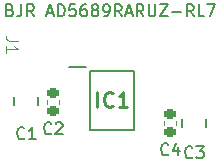
<source format=gto>
G04 #@! TF.GenerationSoftware,KiCad,Pcbnew,7.0.10*
G04 #@! TF.CreationDate,2024-10-11T10:49:22-04:00*
G04 #@! TF.ProjectId,ad5689r,61643536-3839-4722-9e6b-696361645f70,rev?*
G04 #@! TF.SameCoordinates,Original*
G04 #@! TF.FileFunction,Legend,Top*
G04 #@! TF.FilePolarity,Positive*
%FSLAX46Y46*%
G04 Gerber Fmt 4.6, Leading zero omitted, Abs format (unit mm)*
G04 Created by KiCad (PCBNEW 7.0.10) date 2024-10-11 10:49:22*
%MOMM*%
%LPD*%
G01*
G04 APERTURE LIST*
G04 Aperture macros list*
%AMRoundRect*
0 Rectangle with rounded corners*
0 $1 Rounding radius*
0 $2 $3 $4 $5 $6 $7 $8 $9 X,Y pos of 4 corners*
0 Add a 4 corners polygon primitive as box body*
4,1,4,$2,$3,$4,$5,$6,$7,$8,$9,$2,$3,0*
0 Add four circle primitives for the rounded corners*
1,1,$1+$1,$2,$3*
1,1,$1+$1,$4,$5*
1,1,$1+$1,$6,$7*
1,1,$1+$1,$8,$9*
0 Add four rect primitives between the rounded corners*
20,1,$1+$1,$2,$3,$4,$5,0*
20,1,$1+$1,$4,$5,$6,$7,0*
20,1,$1+$1,$6,$7,$8,$9,0*
20,1,$1+$1,$8,$9,$2,$3,0*%
G04 Aperture macros list end*
%ADD10C,0.150000*%
%ADD11C,0.254000*%
%ADD12C,0.100000*%
%ADD13C,0.200000*%
%ADD14C,0.120000*%
%ADD15C,0.152400*%
%ADD16R,1.475000X0.450000*%
%ADD17C,2.004000*%
%ADD18RoundRect,0.225000X-0.250000X0.225000X-0.250000X-0.225000X0.250000X-0.225000X0.250000X0.225000X0*%
%ADD19R,1.397000X1.497552*%
%ADD20RoundRect,0.225000X0.250000X-0.225000X0.250000X0.225000X-0.250000X0.225000X-0.250000X-0.225000X0*%
G04 APERTURE END LIST*
D10*
X29880112Y-23730009D02*
X30022969Y-23777628D01*
X30022969Y-23777628D02*
X30070588Y-23825247D01*
X30070588Y-23825247D02*
X30118207Y-23920485D01*
X30118207Y-23920485D02*
X30118207Y-24063342D01*
X30118207Y-24063342D02*
X30070588Y-24158580D01*
X30070588Y-24158580D02*
X30022969Y-24206200D01*
X30022969Y-24206200D02*
X29927731Y-24253819D01*
X29927731Y-24253819D02*
X29546779Y-24253819D01*
X29546779Y-24253819D02*
X29546779Y-23253819D01*
X29546779Y-23253819D02*
X29880112Y-23253819D01*
X29880112Y-23253819D02*
X29975350Y-23301438D01*
X29975350Y-23301438D02*
X30022969Y-23349057D01*
X30022969Y-23349057D02*
X30070588Y-23444295D01*
X30070588Y-23444295D02*
X30070588Y-23539533D01*
X30070588Y-23539533D02*
X30022969Y-23634771D01*
X30022969Y-23634771D02*
X29975350Y-23682390D01*
X29975350Y-23682390D02*
X29880112Y-23730009D01*
X29880112Y-23730009D02*
X29546779Y-23730009D01*
X30832493Y-23253819D02*
X30832493Y-23968104D01*
X30832493Y-23968104D02*
X30784874Y-24110961D01*
X30784874Y-24110961D02*
X30689636Y-24206200D01*
X30689636Y-24206200D02*
X30546779Y-24253819D01*
X30546779Y-24253819D02*
X30451541Y-24253819D01*
X31880112Y-24253819D02*
X31546779Y-23777628D01*
X31308684Y-24253819D02*
X31308684Y-23253819D01*
X31308684Y-23253819D02*
X31689636Y-23253819D01*
X31689636Y-23253819D02*
X31784874Y-23301438D01*
X31784874Y-23301438D02*
X31832493Y-23349057D01*
X31832493Y-23349057D02*
X31880112Y-23444295D01*
X31880112Y-23444295D02*
X31880112Y-23587152D01*
X31880112Y-23587152D02*
X31832493Y-23682390D01*
X31832493Y-23682390D02*
X31784874Y-23730009D01*
X31784874Y-23730009D02*
X31689636Y-23777628D01*
X31689636Y-23777628D02*
X31308684Y-23777628D01*
X33022970Y-23968104D02*
X33499160Y-23968104D01*
X32927732Y-24253819D02*
X33261065Y-23253819D01*
X33261065Y-23253819D02*
X33594398Y-24253819D01*
X33927732Y-24253819D02*
X33927732Y-23253819D01*
X33927732Y-23253819D02*
X34165827Y-23253819D01*
X34165827Y-23253819D02*
X34308684Y-23301438D01*
X34308684Y-23301438D02*
X34403922Y-23396676D01*
X34403922Y-23396676D02*
X34451541Y-23491914D01*
X34451541Y-23491914D02*
X34499160Y-23682390D01*
X34499160Y-23682390D02*
X34499160Y-23825247D01*
X34499160Y-23825247D02*
X34451541Y-24015723D01*
X34451541Y-24015723D02*
X34403922Y-24110961D01*
X34403922Y-24110961D02*
X34308684Y-24206200D01*
X34308684Y-24206200D02*
X34165827Y-24253819D01*
X34165827Y-24253819D02*
X33927732Y-24253819D01*
X35403922Y-23253819D02*
X34927732Y-23253819D01*
X34927732Y-23253819D02*
X34880113Y-23730009D01*
X34880113Y-23730009D02*
X34927732Y-23682390D01*
X34927732Y-23682390D02*
X35022970Y-23634771D01*
X35022970Y-23634771D02*
X35261065Y-23634771D01*
X35261065Y-23634771D02*
X35356303Y-23682390D01*
X35356303Y-23682390D02*
X35403922Y-23730009D01*
X35403922Y-23730009D02*
X35451541Y-23825247D01*
X35451541Y-23825247D02*
X35451541Y-24063342D01*
X35451541Y-24063342D02*
X35403922Y-24158580D01*
X35403922Y-24158580D02*
X35356303Y-24206200D01*
X35356303Y-24206200D02*
X35261065Y-24253819D01*
X35261065Y-24253819D02*
X35022970Y-24253819D01*
X35022970Y-24253819D02*
X34927732Y-24206200D01*
X34927732Y-24206200D02*
X34880113Y-24158580D01*
X36308684Y-23253819D02*
X36118208Y-23253819D01*
X36118208Y-23253819D02*
X36022970Y-23301438D01*
X36022970Y-23301438D02*
X35975351Y-23349057D01*
X35975351Y-23349057D02*
X35880113Y-23491914D01*
X35880113Y-23491914D02*
X35832494Y-23682390D01*
X35832494Y-23682390D02*
X35832494Y-24063342D01*
X35832494Y-24063342D02*
X35880113Y-24158580D01*
X35880113Y-24158580D02*
X35927732Y-24206200D01*
X35927732Y-24206200D02*
X36022970Y-24253819D01*
X36022970Y-24253819D02*
X36213446Y-24253819D01*
X36213446Y-24253819D02*
X36308684Y-24206200D01*
X36308684Y-24206200D02*
X36356303Y-24158580D01*
X36356303Y-24158580D02*
X36403922Y-24063342D01*
X36403922Y-24063342D02*
X36403922Y-23825247D01*
X36403922Y-23825247D02*
X36356303Y-23730009D01*
X36356303Y-23730009D02*
X36308684Y-23682390D01*
X36308684Y-23682390D02*
X36213446Y-23634771D01*
X36213446Y-23634771D02*
X36022970Y-23634771D01*
X36022970Y-23634771D02*
X35927732Y-23682390D01*
X35927732Y-23682390D02*
X35880113Y-23730009D01*
X35880113Y-23730009D02*
X35832494Y-23825247D01*
X36975351Y-23682390D02*
X36880113Y-23634771D01*
X36880113Y-23634771D02*
X36832494Y-23587152D01*
X36832494Y-23587152D02*
X36784875Y-23491914D01*
X36784875Y-23491914D02*
X36784875Y-23444295D01*
X36784875Y-23444295D02*
X36832494Y-23349057D01*
X36832494Y-23349057D02*
X36880113Y-23301438D01*
X36880113Y-23301438D02*
X36975351Y-23253819D01*
X36975351Y-23253819D02*
X37165827Y-23253819D01*
X37165827Y-23253819D02*
X37261065Y-23301438D01*
X37261065Y-23301438D02*
X37308684Y-23349057D01*
X37308684Y-23349057D02*
X37356303Y-23444295D01*
X37356303Y-23444295D02*
X37356303Y-23491914D01*
X37356303Y-23491914D02*
X37308684Y-23587152D01*
X37308684Y-23587152D02*
X37261065Y-23634771D01*
X37261065Y-23634771D02*
X37165827Y-23682390D01*
X37165827Y-23682390D02*
X36975351Y-23682390D01*
X36975351Y-23682390D02*
X36880113Y-23730009D01*
X36880113Y-23730009D02*
X36832494Y-23777628D01*
X36832494Y-23777628D02*
X36784875Y-23872866D01*
X36784875Y-23872866D02*
X36784875Y-24063342D01*
X36784875Y-24063342D02*
X36832494Y-24158580D01*
X36832494Y-24158580D02*
X36880113Y-24206200D01*
X36880113Y-24206200D02*
X36975351Y-24253819D01*
X36975351Y-24253819D02*
X37165827Y-24253819D01*
X37165827Y-24253819D02*
X37261065Y-24206200D01*
X37261065Y-24206200D02*
X37308684Y-24158580D01*
X37308684Y-24158580D02*
X37356303Y-24063342D01*
X37356303Y-24063342D02*
X37356303Y-23872866D01*
X37356303Y-23872866D02*
X37308684Y-23777628D01*
X37308684Y-23777628D02*
X37261065Y-23730009D01*
X37261065Y-23730009D02*
X37165827Y-23682390D01*
X37832494Y-24253819D02*
X38022970Y-24253819D01*
X38022970Y-24253819D02*
X38118208Y-24206200D01*
X38118208Y-24206200D02*
X38165827Y-24158580D01*
X38165827Y-24158580D02*
X38261065Y-24015723D01*
X38261065Y-24015723D02*
X38308684Y-23825247D01*
X38308684Y-23825247D02*
X38308684Y-23444295D01*
X38308684Y-23444295D02*
X38261065Y-23349057D01*
X38261065Y-23349057D02*
X38213446Y-23301438D01*
X38213446Y-23301438D02*
X38118208Y-23253819D01*
X38118208Y-23253819D02*
X37927732Y-23253819D01*
X37927732Y-23253819D02*
X37832494Y-23301438D01*
X37832494Y-23301438D02*
X37784875Y-23349057D01*
X37784875Y-23349057D02*
X37737256Y-23444295D01*
X37737256Y-23444295D02*
X37737256Y-23682390D01*
X37737256Y-23682390D02*
X37784875Y-23777628D01*
X37784875Y-23777628D02*
X37832494Y-23825247D01*
X37832494Y-23825247D02*
X37927732Y-23872866D01*
X37927732Y-23872866D02*
X38118208Y-23872866D01*
X38118208Y-23872866D02*
X38213446Y-23825247D01*
X38213446Y-23825247D02*
X38261065Y-23777628D01*
X38261065Y-23777628D02*
X38308684Y-23682390D01*
X39308684Y-24253819D02*
X38975351Y-23777628D01*
X38737256Y-24253819D02*
X38737256Y-23253819D01*
X38737256Y-23253819D02*
X39118208Y-23253819D01*
X39118208Y-23253819D02*
X39213446Y-23301438D01*
X39213446Y-23301438D02*
X39261065Y-23349057D01*
X39261065Y-23349057D02*
X39308684Y-23444295D01*
X39308684Y-23444295D02*
X39308684Y-23587152D01*
X39308684Y-23587152D02*
X39261065Y-23682390D01*
X39261065Y-23682390D02*
X39213446Y-23730009D01*
X39213446Y-23730009D02*
X39118208Y-23777628D01*
X39118208Y-23777628D02*
X38737256Y-23777628D01*
X39689637Y-23968104D02*
X40165827Y-23968104D01*
X39594399Y-24253819D02*
X39927732Y-23253819D01*
X39927732Y-23253819D02*
X40261065Y-24253819D01*
X41165827Y-24253819D02*
X40832494Y-23777628D01*
X40594399Y-24253819D02*
X40594399Y-23253819D01*
X40594399Y-23253819D02*
X40975351Y-23253819D01*
X40975351Y-23253819D02*
X41070589Y-23301438D01*
X41070589Y-23301438D02*
X41118208Y-23349057D01*
X41118208Y-23349057D02*
X41165827Y-23444295D01*
X41165827Y-23444295D02*
X41165827Y-23587152D01*
X41165827Y-23587152D02*
X41118208Y-23682390D01*
X41118208Y-23682390D02*
X41070589Y-23730009D01*
X41070589Y-23730009D02*
X40975351Y-23777628D01*
X40975351Y-23777628D02*
X40594399Y-23777628D01*
X41594399Y-23253819D02*
X41594399Y-24063342D01*
X41594399Y-24063342D02*
X41642018Y-24158580D01*
X41642018Y-24158580D02*
X41689637Y-24206200D01*
X41689637Y-24206200D02*
X41784875Y-24253819D01*
X41784875Y-24253819D02*
X41975351Y-24253819D01*
X41975351Y-24253819D02*
X42070589Y-24206200D01*
X42070589Y-24206200D02*
X42118208Y-24158580D01*
X42118208Y-24158580D02*
X42165827Y-24063342D01*
X42165827Y-24063342D02*
X42165827Y-23253819D01*
X42546780Y-23253819D02*
X43213446Y-23253819D01*
X43213446Y-23253819D02*
X42546780Y-24253819D01*
X42546780Y-24253819D02*
X43213446Y-24253819D01*
X43594399Y-23872866D02*
X44356304Y-23872866D01*
X45403922Y-24253819D02*
X45070589Y-23777628D01*
X44832494Y-24253819D02*
X44832494Y-23253819D01*
X44832494Y-23253819D02*
X45213446Y-23253819D01*
X45213446Y-23253819D02*
X45308684Y-23301438D01*
X45308684Y-23301438D02*
X45356303Y-23349057D01*
X45356303Y-23349057D02*
X45403922Y-23444295D01*
X45403922Y-23444295D02*
X45403922Y-23587152D01*
X45403922Y-23587152D02*
X45356303Y-23682390D01*
X45356303Y-23682390D02*
X45308684Y-23730009D01*
X45308684Y-23730009D02*
X45213446Y-23777628D01*
X45213446Y-23777628D02*
X44832494Y-23777628D01*
X46308684Y-24253819D02*
X45832494Y-24253819D01*
X45832494Y-24253819D02*
X45832494Y-23253819D01*
X46546780Y-23253819D02*
X47213446Y-23253819D01*
X47213446Y-23253819D02*
X46784875Y-24253819D01*
D11*
X37266413Y-31936618D02*
X37266413Y-30666618D01*
X38596890Y-31815665D02*
X38536414Y-31876142D01*
X38536414Y-31876142D02*
X38354985Y-31936618D01*
X38354985Y-31936618D02*
X38234033Y-31936618D01*
X38234033Y-31936618D02*
X38052604Y-31876142D01*
X38052604Y-31876142D02*
X37931652Y-31755189D01*
X37931652Y-31755189D02*
X37871175Y-31634237D01*
X37871175Y-31634237D02*
X37810699Y-31392332D01*
X37810699Y-31392332D02*
X37810699Y-31210903D01*
X37810699Y-31210903D02*
X37871175Y-30968999D01*
X37871175Y-30968999D02*
X37931652Y-30848046D01*
X37931652Y-30848046D02*
X38052604Y-30727094D01*
X38052604Y-30727094D02*
X38234033Y-30666618D01*
X38234033Y-30666618D02*
X38354985Y-30666618D01*
X38354985Y-30666618D02*
X38536414Y-30727094D01*
X38536414Y-30727094D02*
X38596890Y-30787570D01*
X39806414Y-31936618D02*
X39080699Y-31936618D01*
X39443556Y-31936618D02*
X39443556Y-30666618D01*
X39443556Y-30666618D02*
X39322604Y-30848046D01*
X39322604Y-30848046D02*
X39201652Y-30968999D01*
X39201652Y-30968999D02*
X39080699Y-31029475D01*
D12*
X30514580Y-26336666D02*
X29800295Y-26336666D01*
X29800295Y-26336666D02*
X29657438Y-26289047D01*
X29657438Y-26289047D02*
X29562200Y-26193809D01*
X29562200Y-26193809D02*
X29514580Y-26050952D01*
X29514580Y-26050952D02*
X29514580Y-25955714D01*
X29514580Y-27336666D02*
X29514580Y-26765238D01*
X29514580Y-27050952D02*
X30514580Y-27050952D01*
X30514580Y-27050952D02*
X30371723Y-26955714D01*
X30371723Y-26955714D02*
X30276485Y-26860476D01*
X30276485Y-26860476D02*
X30228866Y-26765238D01*
D10*
X43267333Y-35919580D02*
X43219714Y-35967200D01*
X43219714Y-35967200D02*
X43076857Y-36014819D01*
X43076857Y-36014819D02*
X42981619Y-36014819D01*
X42981619Y-36014819D02*
X42838762Y-35967200D01*
X42838762Y-35967200D02*
X42743524Y-35871961D01*
X42743524Y-35871961D02*
X42695905Y-35776723D01*
X42695905Y-35776723D02*
X42648286Y-35586247D01*
X42648286Y-35586247D02*
X42648286Y-35443390D01*
X42648286Y-35443390D02*
X42695905Y-35252914D01*
X42695905Y-35252914D02*
X42743524Y-35157676D01*
X42743524Y-35157676D02*
X42838762Y-35062438D01*
X42838762Y-35062438D02*
X42981619Y-35014819D01*
X42981619Y-35014819D02*
X43076857Y-35014819D01*
X43076857Y-35014819D02*
X43219714Y-35062438D01*
X43219714Y-35062438D02*
X43267333Y-35110057D01*
X44124476Y-35348152D02*
X44124476Y-36014819D01*
X43886381Y-34967200D02*
X43648286Y-35681485D01*
X43648286Y-35681485D02*
X44267333Y-35681485D01*
X45299333Y-36173580D02*
X45251714Y-36221200D01*
X45251714Y-36221200D02*
X45108857Y-36268819D01*
X45108857Y-36268819D02*
X45013619Y-36268819D01*
X45013619Y-36268819D02*
X44870762Y-36221200D01*
X44870762Y-36221200D02*
X44775524Y-36125961D01*
X44775524Y-36125961D02*
X44727905Y-36030723D01*
X44727905Y-36030723D02*
X44680286Y-35840247D01*
X44680286Y-35840247D02*
X44680286Y-35697390D01*
X44680286Y-35697390D02*
X44727905Y-35506914D01*
X44727905Y-35506914D02*
X44775524Y-35411676D01*
X44775524Y-35411676D02*
X44870762Y-35316438D01*
X44870762Y-35316438D02*
X45013619Y-35268819D01*
X45013619Y-35268819D02*
X45108857Y-35268819D01*
X45108857Y-35268819D02*
X45251714Y-35316438D01*
X45251714Y-35316438D02*
X45299333Y-35364057D01*
X45632667Y-35268819D02*
X46251714Y-35268819D01*
X46251714Y-35268819D02*
X45918381Y-35649771D01*
X45918381Y-35649771D02*
X46061238Y-35649771D01*
X46061238Y-35649771D02*
X46156476Y-35697390D01*
X46156476Y-35697390D02*
X46204095Y-35745009D01*
X46204095Y-35745009D02*
X46251714Y-35840247D01*
X46251714Y-35840247D02*
X46251714Y-36078342D01*
X46251714Y-36078342D02*
X46204095Y-36173580D01*
X46204095Y-36173580D02*
X46156476Y-36221200D01*
X46156476Y-36221200D02*
X46061238Y-36268819D01*
X46061238Y-36268819D02*
X45775524Y-36268819D01*
X45775524Y-36268819D02*
X45680286Y-36221200D01*
X45680286Y-36221200D02*
X45632667Y-36173580D01*
X33361333Y-34141580D02*
X33313714Y-34189200D01*
X33313714Y-34189200D02*
X33170857Y-34236819D01*
X33170857Y-34236819D02*
X33075619Y-34236819D01*
X33075619Y-34236819D02*
X32932762Y-34189200D01*
X32932762Y-34189200D02*
X32837524Y-34093961D01*
X32837524Y-34093961D02*
X32789905Y-33998723D01*
X32789905Y-33998723D02*
X32742286Y-33808247D01*
X32742286Y-33808247D02*
X32742286Y-33665390D01*
X32742286Y-33665390D02*
X32789905Y-33474914D01*
X32789905Y-33474914D02*
X32837524Y-33379676D01*
X32837524Y-33379676D02*
X32932762Y-33284438D01*
X32932762Y-33284438D02*
X33075619Y-33236819D01*
X33075619Y-33236819D02*
X33170857Y-33236819D01*
X33170857Y-33236819D02*
X33313714Y-33284438D01*
X33313714Y-33284438D02*
X33361333Y-33332057D01*
X33742286Y-33332057D02*
X33789905Y-33284438D01*
X33789905Y-33284438D02*
X33885143Y-33236819D01*
X33885143Y-33236819D02*
X34123238Y-33236819D01*
X34123238Y-33236819D02*
X34218476Y-33284438D01*
X34218476Y-33284438D02*
X34266095Y-33332057D01*
X34266095Y-33332057D02*
X34313714Y-33427295D01*
X34313714Y-33427295D02*
X34313714Y-33522533D01*
X34313714Y-33522533D02*
X34266095Y-33665390D01*
X34266095Y-33665390D02*
X33694667Y-34236819D01*
X33694667Y-34236819D02*
X34313714Y-34236819D01*
X31075333Y-34560156D02*
X31027714Y-34607776D01*
X31027714Y-34607776D02*
X30884857Y-34655395D01*
X30884857Y-34655395D02*
X30789619Y-34655395D01*
X30789619Y-34655395D02*
X30646762Y-34607776D01*
X30646762Y-34607776D02*
X30551524Y-34512537D01*
X30551524Y-34512537D02*
X30503905Y-34417299D01*
X30503905Y-34417299D02*
X30456286Y-34226823D01*
X30456286Y-34226823D02*
X30456286Y-34083966D01*
X30456286Y-34083966D02*
X30503905Y-33893490D01*
X30503905Y-33893490D02*
X30551524Y-33798252D01*
X30551524Y-33798252D02*
X30646762Y-33703014D01*
X30646762Y-33703014D02*
X30789619Y-33655395D01*
X30789619Y-33655395D02*
X30884857Y-33655395D01*
X30884857Y-33655395D02*
X31027714Y-33703014D01*
X31027714Y-33703014D02*
X31075333Y-33750633D01*
X32027714Y-34655395D02*
X31456286Y-34655395D01*
X31742000Y-34655395D02*
X31742000Y-33655395D01*
X31742000Y-33655395D02*
X31646762Y-33798252D01*
X31646762Y-33798252D02*
X31551524Y-33893490D01*
X31551524Y-33893490D02*
X31456286Y-33941109D01*
D13*
X34831176Y-28512300D02*
X36306176Y-28512300D01*
X36656176Y-28862300D02*
X40356176Y-28862300D01*
X36656176Y-33862300D02*
X36656176Y-28862300D01*
X40356176Y-28862300D02*
X40356176Y-33862300D01*
X40356176Y-33862300D02*
X36656176Y-33862300D01*
D14*
X43944000Y-33133420D02*
X43944000Y-33414580D01*
X42924000Y-33133420D02*
X42924000Y-33414580D01*
D15*
X44437300Y-32958387D02*
X44437300Y-33589613D01*
X46494700Y-33589613D02*
X46494700Y-32958387D01*
D14*
X33018000Y-31636580D02*
X33018000Y-31355420D01*
X34038000Y-31636580D02*
X34038000Y-31355420D01*
D15*
X32270700Y-31722189D02*
X32270700Y-31090963D01*
X30213300Y-31090963D02*
X30213300Y-31722189D01*
%LPC*%
D16*
X35568176Y-29087300D03*
X35568176Y-29737300D03*
X35568176Y-30387300D03*
X35568176Y-31037300D03*
X35568176Y-31687300D03*
X35568176Y-32337300D03*
X35568176Y-32987300D03*
X35568176Y-33637300D03*
X41444176Y-33637300D03*
X41444176Y-32987300D03*
X41444176Y-32337300D03*
X41444176Y-31687300D03*
X41444176Y-31037300D03*
X41444176Y-30387300D03*
X41444176Y-29737300D03*
X41444176Y-29087300D03*
D17*
X27940000Y-25400000D03*
X27940000Y-27940000D03*
X27940000Y-30480000D03*
X27940000Y-33020000D03*
X27940000Y-35560000D03*
X27940000Y-38100000D03*
X48260000Y-25400000D03*
X48260000Y-27940000D03*
X48260000Y-30480000D03*
X48260000Y-33020000D03*
X48260000Y-35560000D03*
X48260000Y-38100000D03*
D18*
X43434000Y-32499000D03*
X43434000Y-34049000D03*
D19*
X45466000Y-32168576D03*
X45466000Y-34379424D03*
D20*
X33528000Y-32271000D03*
X33528000Y-30721000D03*
D19*
X31242000Y-32512000D03*
X31242000Y-30301152D03*
%LPD*%
M02*

</source>
